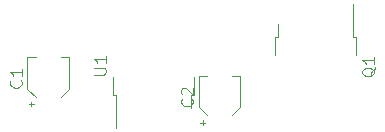
<source format=gbr>
%TF.GenerationSoftware,KiCad,Pcbnew,(5.99.0-1452-gb67f18b39)*%
%TF.CreationDate,2020-07-26T03:51:20-04:00*%
%TF.ProjectId,GoKart,476f4b61-7274-42e6-9b69-6361645f7063,rev?*%
%TF.SameCoordinates,Original*%
%TF.FileFunction,Legend,Top*%
%TF.FilePolarity,Positive*%
%FSLAX46Y46*%
G04 Gerber Fmt 4.6, Leading zero omitted, Abs format (unit mm)*
G04 Created by KiCad (PCBNEW (5.99.0-1452-gb67f18b39)) date 2020-07-26 03:51:20*
%MOMM*%
%LPD*%
G01*
G04 APERTURE LIST*
%ADD10C,0.120000*%
G04 APERTURE END LIST*
D10*
%TO.C,U1*%
X156061600Y-73380000D02*
X156061600Y-74480000D01*
X156331600Y-73380000D02*
X156061600Y-73380000D01*
X156331600Y-71880000D02*
X156331600Y-73380000D01*
X149701600Y-73380000D02*
X149701600Y-76210000D01*
X149431600Y-73380000D02*
X149701600Y-73380000D01*
X149431600Y-71880000D02*
X149431600Y-73380000D01*
%TO.C,Q1*%
X163419600Y-68507200D02*
X163419600Y-67407200D01*
X163149600Y-68507200D02*
X163419600Y-68507200D01*
X163149600Y-70007200D02*
X163149600Y-68507200D01*
X169779600Y-68507200D02*
X169779600Y-65677200D01*
X170049600Y-68507200D02*
X169779600Y-68507200D01*
X170049600Y-70007200D02*
X170049600Y-68507200D01*
%TO.C,C2*%
X156848100Y-75744500D02*
X157223100Y-75744500D01*
X157035600Y-75932000D02*
X157035600Y-75557000D01*
X159530600Y-75127563D02*
X160230600Y-74427563D01*
X157410600Y-75127563D02*
X156710600Y-74427563D01*
X160230600Y-74427563D02*
X160230600Y-71797000D01*
X156710600Y-74427563D02*
X156710600Y-71797000D01*
X156710600Y-71797000D02*
X157410600Y-71797000D01*
X160230600Y-71797000D02*
X159530600Y-71797000D01*
%TO.C,C1*%
X142344700Y-74171100D02*
X142719700Y-74171100D01*
X142532200Y-74358600D02*
X142532200Y-73983600D01*
X145027200Y-73554163D02*
X145727200Y-72854163D01*
X142907200Y-73554163D02*
X142207200Y-72854163D01*
X145727200Y-72854163D02*
X145727200Y-70223600D01*
X142207200Y-72854163D02*
X142207200Y-70223600D01*
X142207200Y-70223600D02*
X142907200Y-70223600D01*
X145727200Y-70223600D02*
X145027200Y-70223600D01*
%TO.C,U1*%
X147833980Y-71671904D02*
X148643504Y-71671904D01*
X148738742Y-71624285D01*
X148786361Y-71576666D01*
X148833980Y-71481428D01*
X148833980Y-71290952D01*
X148786361Y-71195714D01*
X148738742Y-71148095D01*
X148643504Y-71100476D01*
X147833980Y-71100476D01*
X148833980Y-70100476D02*
X148833980Y-70671904D01*
X148833980Y-70386190D02*
X147833980Y-70386190D01*
X147976838Y-70481428D01*
X148072076Y-70576666D01*
X148119695Y-70671904D01*
%TO.C,Q1*%
X171647219Y-71072438D02*
X171599600Y-71167676D01*
X171504361Y-71262914D01*
X171361504Y-71405771D01*
X171313885Y-71501009D01*
X171313885Y-71596247D01*
X171551980Y-71548628D02*
X171504361Y-71643866D01*
X171409123Y-71739104D01*
X171218647Y-71786723D01*
X170885314Y-71786723D01*
X170694838Y-71739104D01*
X170599600Y-71643866D01*
X170551980Y-71548628D01*
X170551980Y-71358152D01*
X170599600Y-71262914D01*
X170694838Y-71167676D01*
X170885314Y-71120057D01*
X171218647Y-71120057D01*
X171409123Y-71167676D01*
X171504361Y-71262914D01*
X171551980Y-71358152D01*
X171551980Y-71548628D01*
X171551980Y-70167676D02*
X171551980Y-70739104D01*
X171551980Y-70453390D02*
X170551980Y-70453390D01*
X170694838Y-70548628D01*
X170790076Y-70643866D01*
X170837695Y-70739104D01*
%TO.C,C2*%
X156127742Y-73723666D02*
X156175361Y-73771285D01*
X156222980Y-73914142D01*
X156222980Y-74009380D01*
X156175361Y-74152238D01*
X156080123Y-74247476D01*
X155984885Y-74295095D01*
X155794409Y-74342714D01*
X155651552Y-74342714D01*
X155461076Y-74295095D01*
X155365838Y-74247476D01*
X155270600Y-74152238D01*
X155222980Y-74009380D01*
X155222980Y-73914142D01*
X155270600Y-73771285D01*
X155318219Y-73723666D01*
X155318219Y-73342714D02*
X155270600Y-73295095D01*
X155222980Y-73199857D01*
X155222980Y-72961761D01*
X155270600Y-72866523D01*
X155318219Y-72818904D01*
X155413457Y-72771285D01*
X155508695Y-72771285D01*
X155651552Y-72818904D01*
X156222980Y-73390333D01*
X156222980Y-72771285D01*
%TO.C,C1*%
X141624342Y-72150266D02*
X141671961Y-72197885D01*
X141719580Y-72340742D01*
X141719580Y-72435980D01*
X141671961Y-72578838D01*
X141576723Y-72674076D01*
X141481485Y-72721695D01*
X141291009Y-72769314D01*
X141148152Y-72769314D01*
X140957676Y-72721695D01*
X140862438Y-72674076D01*
X140767200Y-72578838D01*
X140719580Y-72435980D01*
X140719580Y-72340742D01*
X140767200Y-72197885D01*
X140814819Y-72150266D01*
X141719580Y-71197885D02*
X141719580Y-71769314D01*
X141719580Y-71483600D02*
X140719580Y-71483600D01*
X140862438Y-71578838D01*
X140957676Y-71674076D01*
X141005295Y-71769314D01*
%TD*%
M02*

</source>
